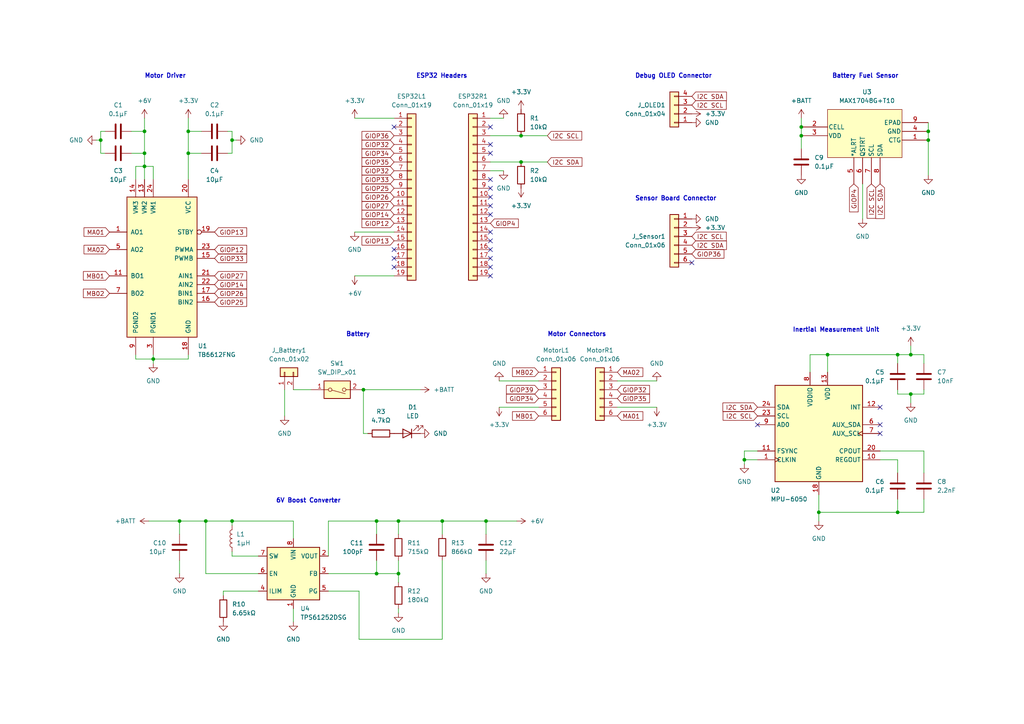
<source format=kicad_sch>
(kicad_sch (version 20211123) (generator eeschema)
  (paper "A4")
  (title_block (title "Mouse Main") (date "2024-04-11") (rev "1"))
  (lib_symbols
    (symbol "Connector_Generic:Conn_01x02" (pin_names (offset 1.016) hide)
      (property "Reference" "J" (at 0 2.54 0))
      (property "Value" "Conn_01x02" (at 0 -5.08 0))
      (symbol "Conn_01x02_1_1"
        (rectangle (start -1.27 -2.413) (end 0 -2.667) (stroke (width 0.1524)))
        (rectangle (start -1.27 0.127) (end 0 -0.127) (stroke (width 0.1524)))
        (rectangle (start -1.27 1.27) (end 1.27 -3.81) (stroke (width 0.254)) (fill (type background)))
        (pin passive line (at -5.08 0 0) (length 3.81) (name "Pin_1") (number "1"))
        (pin passive line (at -5.08 -2.54 0) (length 3.81) (name "Pin_2") (number "2"))
      )
    )
    (symbol "Connector_Generic:Conn_01x04" (pin_names (offset 1.016) hide)
      (property "Reference" "J" (at 0 5.08 0))
      (property "Value" "Conn_01x04" (at 0 -7.62 0))
      (symbol "Conn_01x04_1_1"
        (rectangle (start -1.27 -4.953) (end 0 -5.207) (stroke (width 0.1524)))
        (rectangle (start -1.27 -2.413) (end 0 -2.667) (stroke (width 0.1524)))
        (rectangle (start -1.27 0.127) (end 0 -0.127) (stroke (width 0.1524)))
        (rectangle (start -1.27 2.667) (end 0 2.413) (stroke (width 0.1524)))
        (rectangle (start -1.27 3.81) (end 1.27 -6.35) (stroke (width 0.254)) (fill (type background)))
        (pin passive line (at -5.08 2.54 0) (length 3.81) (name "Pin_1") (number "1"))
        (pin passive line (at -5.08 0 0) (length 3.81) (name "Pin_2") (number "2"))
        (pin passive line (at -5.08 -2.54 0) (length 3.81) (name "Pin_3") (number "3"))
        (pin passive line (at -5.08 -5.08 0) (length 3.81) (name "Pin_4") (number "4"))
      )
    )
    (symbol "Connector_Generic:Conn_01x06" (pin_names (offset 1.016) hide)
      (property "Reference" "J" (at 0 7.62 0))
      (property "Value" "Conn_01x06" (at 0 -10.16 0))
      (symbol "Conn_01x06_1_1"
        (rectangle (start -1.27 -7.493) (end 0 -7.747) (stroke (width 0.1524)))
        (rectangle (start -1.27 -4.953) (end 0 -5.207) (stroke (width 0.1524)))
        (rectangle (start -1.27 -2.413) (end 0 -2.667) (stroke (width 0.1524)))
        (rectangle (start -1.27 0.127) (end 0 -0.127) (stroke (width 0.1524)))
        (rectangle (start -1.27 2.667) (end 0 2.413) (stroke (width 0.1524)))
        (rectangle (start -1.27 5.207) (end 0 4.953) (stroke (width 0.1524)))
        (rectangle (start -1.27 6.35) (end 1.27 -8.89) (stroke (width 0.254)) (fill (type background)))
        (pin passive line (at -5.08 5.08 0) (length 3.81) (name "Pin_1") (number "1"))
        (pin passive line (at -5.08 2.54 0) (length 3.81) (name "Pin_2") (number "2"))
        (pin passive line (at -5.08 0 0) (length 3.81) (name "Pin_3") (number "3"))
        (pin passive line (at -5.08 -2.54 0) (length 3.81) (name "Pin_4") (number "4"))
        (pin passive line (at -5.08 -5.08 0) (length 3.81) (name "Pin_5") (number "5"))
        (pin passive line (at -5.08 -7.62 0) (length 3.81) (name "Pin_6") (number "6"))
      )
    )
    (symbol "Connector_Generic:Conn_01x19" (pin_names (offset 1.016) hide)
      (property "Reference" "J" (at 0 25.4 0))
      (property "Value" "Conn_01x19" (at 0 -25.4 0))
      (symbol "Conn_01x19_1_1"
        (rectangle (start -1.27 -22.733) (end 0 -22.987) (stroke (width 0.1524)))
        (rectangle (start -1.27 -20.193) (end 0 -20.447) (stroke (width 0.1524)))
        (rectangle (start -1.27 -17.653) (end 0 -17.907) (stroke (width 0.1524)))
        (rectangle (start -1.27 -15.113) (end 0 -15.367) (stroke (width 0.1524)))
        (rectangle (start -1.27 -12.573) (end 0 -12.827) (stroke (width 0.1524)))
        (rectangle (start -1.27 -10.033) (end 0 -10.287) (stroke (width 0.1524)))
        (rectangle (start -1.27 -7.493) (end 0 -7.747) (stroke (width 0.1524)))
        (rectangle (start -1.27 -4.953) (end 0 -5.207) (stroke (width 0.1524)))
        (rectangle (start -1.27 -2.413) (end 0 -2.667) (stroke (width 0.1524)))
        (rectangle (start -1.27 0.127) (end 0 -0.127) (stroke (width 0.1524)))
        (rectangle (start -1.27 2.667) (end 0 2.413) (stroke (width 0.1524)))
        (rectangle (start -1.27 5.207) (end 0 4.953) (stroke (width 0.1524)))
        (rectangle (start -1.27 7.747) (end 0 7.493) (stroke (width 0.1524)))
        (rectangle (start -1.27 10.287) (end 0 10.033) (stroke (width 0.1524)))
        (rectangle (start -1.27 12.827) (end 0 12.573) (stroke (width 0.1524)))
        (rectangle (start -1.27 15.367) (end 0 15.113) (stroke (width 0.1524)))
        (rectangle (start -1.27 17.907) (end 0 17.653) (stroke (width 0.1524)))
        (rectangle (start -1.27 20.447) (end 0 20.193) (stroke (width 0.1524)))
        (rectangle (start -1.27 22.987) (end 0 22.733) (stroke (width 0.1524)))
        (rectangle (start -1.27 24.13) (end 1.27 -24.13) (stroke (width 0.254)) (fill (type background)))
        (pin passive line (at -5.08 22.86 0) (length 3.81) (name "Pin_1") (number "1"))
        (pin passive line (at -5.08 0 0) (length 3.81) (name "Pin_10") (number "10"))
        (pin passive line (at -5.08 -2.54 0) (length 3.81) (name "Pin_11") (number "11"))
        (pin passive line (at -5.08 -5.08 0) (length 3.81) (name "Pin_12") (number "12"))
        (pin passive line (at -5.08 -7.62 0) (length 3.81) (name "Pin_13") (number "13"))
        (pin passive line (at -5.08 -10.16 0) (length 3.81) (name "Pin_14") (number "14"))
        (pin passive line (at -5.08 -12.7 0) (length 3.81) (name "Pin_15") (number "15"))
        (pin passive line (at -5.08 -15.24 0) (length 3.81) (name "Pin_16") (number "16"))
        (pin passive line (at -5.08 -17.78 0) (length 3.81) (name "Pin_17") (number "17"))
        (pin passive line (at -5.08 -20.32 0) (length 3.81) (name "Pin_18") (number "18"))
        (pin passive line (at -5.08 -22.86 0) (length 3.81) (name "Pin_19") (number "19"))
        (pin passive line (at -5.08 20.32 0) (length 3.81) (name "Pin_2") (number "2"))
        (pin passive line (at -5.08 17.78 0) (length 3.81) (name "Pin_3") (number "3"))
        (pin passive line (at -5.08 15.24 0) (length 3.81) (name "Pin_4") (number "4"))
        (pin passive line (at -5.08 12.7 0) (length 3.81) (name "Pin_5") (number "5"))
        (pin passive line (at -5.08 10.16 0) (length 3.81) (name "Pin_6") (number "6"))
        (pin passive line (at -5.08 7.62 0) (length 3.81) (name "Pin_7") (number "7"))
        (pin passive line (at -5.08 5.08 0) (length 3.81) (name "Pin_8") (number "8"))
        (pin passive line (at -5.08 2.54 0) (length 3.81) (name "Pin_9") (number "9"))
      )
    )
    (symbol "Device:C" (pin_numbers hide) (pin_names (offset 0.254))
      (property "Reference" "C" (at 0.635 2.54 0))
      (property "Value" "C" (at 0.635 -2.54 0))
      (symbol "C_0_1"
        (polyline (pts (xy -2.032 -0.762) (xy 2.032 -0.762)) (stroke (width 0.508)))
        (polyline (pts (xy -2.032 0.762) (xy 2.032 0.762)) (stroke (width 0.508)))
      )
      (symbol "C_1_1"
        (pin passive line (at 0 3.81 270) (length 2.794) (name "~") (number "1"))
        (pin passive line (at 0 -3.81 90) (length 2.794) (name "~") (number "2"))
      )
    )
    (symbol "Device:L" (pin_numbers hide) (pin_names (offset 1.016) hide)
      (property "Reference" "L" (at -1.27 0 90))
      (property "Value" "L" (at 1.905 0 90))
      (symbol "L_0_1"
        (arc (start 0 -2.54) (mid 0.635 -1.905) (end 0 -1.27))
        (arc (start 0 -1.27) (mid 0.635 -0.635) (end 0 0))
        (arc (start 0 0) (mid 0.635 0.635) (end 0 1.27))
        (arc (start 0 1.27) (mid 0.635 1.905) (end 0 2.54))
      )
      (symbol "L_1_1"
        (pin passive line (at 0 3.81 270) (length 1.27) (name "1") (number "1"))
        (pin passive line (at 0 -3.81 90) (length 1.27) (name "2") (number "2"))
      )
    )
    (symbol "Device:LED" (pin_numbers hide) (pin_names (offset 1.016) hide)
      (property "Reference" "D" (at 0 2.54 0))
      (property "Value" "LED" (at 0 -2.54 0))
      (symbol "LED_0_1"
        (polyline (pts (xy -1.27 -1.27) (xy -1.27 1.27)) (stroke (width 0.254)))
        (polyline (pts (xy -1.27 0) (xy 1.27 0)))
        (polyline (pts (xy 1.27 -1.27) (xy 1.27 1.27) (xy -1.27 0) (xy 1.27 -1.27)) (stroke (width 0.254)))
        (polyline (pts (xy -3.048 -0.762) (xy -4.572 -2.286) (xy -3.81 -2.286) (xy -4.572 -2.286) (xy -4.572 -1.524)))
        (polyline (pts (xy -1.778 -0.762) (xy -3.302 -2.286) (xy -2.54 -2.286) (xy -3.302 -2.286) (xy -3.302 -1.524)))
      )
      (symbol "LED_1_1"
        (pin passive line (at -3.81 0 0) (length 2.54) (name "K") (number "1"))
        (pin passive line (at 3.81 0 180) (length 2.54) (name "A") (number "2"))
      )
    )
    (symbol "Device:R" (pin_numbers hide) (pin_names (offset 0))
      (property "Reference" "R" (at 2.032 0 90))
      (property "Value" "R" (at 0 0 90))
      (symbol "R_0_1"
        (rectangle (start -1.016 -2.54) (end 1.016 2.54) (stroke (width 0.254)))
      )
      (symbol "R_1_1"
        (pin passive line (at 0 3.81 270) (length 1.27) (name "~") (number "1"))
        (pin passive line (at 0 -3.81 90) (length 1.27) (name "~") (number "2"))
      )
    )
    (symbol "Driver_Motor:TB6612FNG" (pin_names (offset 1.016))
      (property "Reference" "U" (at 11.43 17.78 0))
      (property "Value" "TB6612FNG" (at 11.43 15.24 0))
      (symbol "TB6612FNG_0_1"
        (rectangle (start -10.16 20.32) (end 10.16 -20.32) (stroke (width 0.254)) (fill (type background)))
      )
      (symbol "TB6612FNG_1_1"
        (pin output line (at 15.24 10.16 180) (length 5.08) (name "AO1") (number "1"))
        (pin passive line (at 7.62 -25.4 90) (length 5.08) hide (name "PGND2") (number "10"))
        (pin output line (at 15.24 -2.54 180) (length 5.08) (name "BO1") (number "11"))
        (pin passive line (at 15.24 -2.54 180) (length 5.08) hide (name "BO1") (number "12"))
        (pin power_in line (at 5.08 25.4 270) (length 5.08) (name "VM2") (number "13"))
        (pin power_in line (at 7.62 25.4 270) (length 5.08) (name "VM3") (number "14"))
        (pin input line (at -15.24 2.54 0) (length 5.08) (name "PWMB") (number "15"))
        (pin input line (at -15.24 -10.16 0) (length 5.08) (name "BIN2") (number "16"))
        (pin input line (at -15.24 -7.62 0) (length 5.08) (name "BIN1") (number "17"))
        (pin power_in line (at -7.62 -25.4 90) (length 5.08) (name "GND") (number "18"))
        (pin input inverted (at -15.24 10.16 0) (length 5.08) (name "STBY") (number "19"))
        (pin passive line (at 15.24 10.16 180) (length 5.08) hide (name "AO1") (number "2"))
        (pin power_in line (at -7.62 25.4 270) (length 5.08) (name "VCC") (number "20"))
        (pin input line (at -15.24 -2.54 0) (length 5.08) (name "AIN1") (number "21"))
        (pin input line (at -15.24 -5.08 0) (length 5.08) (name "AIN2") (number "22"))
        (pin input line (at -15.24 5.08 0) (length 5.08) (name "PWMA") (number "23"))
        (pin power_in line (at 2.54 25.4 270) (length 5.08) (name "VM1") (number "24"))
        (pin power_in line (at 2.54 -25.4 90) (length 5.08) (name "PGND1") (number "3"))
        (pin passive line (at 2.54 -25.4 90) (length 5.08) hide (name "PGND1") (number "4"))
        (pin output line (at 15.24 5.08 180) (length 5.08) (name "AO2") (number "5"))
        (pin passive line (at 15.24 5.08 180) (length 5.08) hide (name "AO2") (number "6"))
        (pin output line (at 15.24 -7.62 180) (length 5.08) (name "BO2") (number "7"))
        (pin passive line (at 15.24 -7.62 180) (length 5.08) hide (name "BO2") (number "8"))
        (pin power_in line (at 7.62 -25.4 90) (length 5.08) (name "PGND2") (number "9"))
      )
    )
    (symbol "MAX17048G_T10:MAX17048G+T10" (pin_names (offset 0.254))
      (property "Reference" "U3" (at 0 11.43 0))
      (property "Value" "MAX17048G+T10" (at 0 8.89 0))
      (symbol "MAX17048G+T10_0_1"
        (rectangle (start -11.43 6.35) (end 10.16 -7.62) (fill (type background)))
        (pin unspecified line (at 17.78 -2.54 180) (length 7.62) (name "CTG") (number "1"))
        (pin unspecified line (at -19.05 1.27 0) (length 7.62) (name "CELL") (number "2"))
        (pin power_in line (at -19.05 -1.27 0) (length 7.62) (name "VDD") (number "3"))
        (pin power_in line (at 17.78 0 180) (length 7.62) (name "GND") (number "4"))
        (pin output line (at -3.81 -15.24 90) (length 7.62) (name "*ALRT") (number "5"))
        (pin input line (at -1.27 -15.24 90) (length 7.62) (name "QSTRT") (number "6"))
        (pin input line (at 1.27 -15.24 90) (length 7.62) (name "SCL") (number "7"))
        (pin bidirectional line (at 3.81 -15.24 90) (length 7.62) (name "SDA") (number "8"))
        (pin unspecified line (at 17.78 2.54 180) (length 7.62) (name "EPAD") (number "9"))
      )
    )
    (symbol "Regulator_Switching:TPS61252DSG"
      (property "Reference" "U" (at -7.62 10.16 0))
      (property "Value" "TPS61252DSG" (at 10.16 10.16 0))
      (symbol "TPS61252DSG_1_1"
        (rectangle (start -7.62 7.62) (end 7.62 -7.62) (stroke (width 0.254)) (fill (type background)))
        (pin power_in line (at 0 -10.16 90) (length 2.54) (name "GND") (number "1"))
        (pin power_out line (at 10.16 5.08 180) (length 2.54) (name "VOUT") (number "2"))
        (pin input line (at 10.16 0 180) (length 2.54) (name "FB") (number "3"))
        (pin input line (at -10.16 -5.08 0) (length 2.54) (name "ILIM") (number "4"))
        (pin open_collector line (at 10.16 -5.08 180) (length 2.54) (name "PG") (number "5"))
        (pin input line (at -10.16 0 0) (length 2.54) (name "EN") (number "6"))
        (pin passive line (at -10.16 5.08 0) (length 2.54) (name "SW") (number "7"))
        (pin power_in line (at 0 10.16 270) (length 2.54) (name "VIN") (number "8"))
        (pin passive line (at 0 -10.16 90) (length 2.54) hide (name "GND") (number "9"))
      )
    )
    (symbol "Sensor_Motion:MPU-6050"
      (property "Reference" "U" (at -11.43 13.97 0))
      (property "Value" "MPU-6050" (at 7.62 -15.24 0))
      (symbol "MPU-6050_0_0"
        (text "" (at 12.7 -2.54 0) (effects (font (size 1.27 1.27))))
      )
      (symbol "MPU-6050_0_1"
        (rectangle (start -12.7 13.97) (end 12.7 -13.97) (stroke (width 0.254)) (fill (type background)))
      )
      (symbol "MPU-6050_1_1"
        (pin input clock (at -17.78 -7.62 0) (length 5.08) (name "CLKIN") (number "1"))
        (pin passive line (at 17.78 -7.62 180) (length 5.08) (name "REGOUT") (number "10"))
        (pin input line (at -17.78 -5.08 0) (length 5.08) (name "FSYNC") (number "11"))
        (pin output line (at 17.78 7.62 180) (length 5.08) (name "INT") (number "12"))
        (pin power_in line (at 2.54 17.78 270) (length 3.81) (name "VDD") (number "13"))
        (pin no_connect line (at -12.7 -10.16 0) (length 2.54) hide (name "NC") (number "14"))
        (pin no_connect line (at 12.7 12.7 180) (length 2.54) hide (name "NC") (number "15"))
        (pin no_connect line (at 12.7 10.16 180) (length 2.54) hide (name "NC") (number "16"))
        (pin no_connect line (at 12.7 5.08 180) (length 2.54) hide (name "NC") (number "17"))
        (pin power_in line (at 0 -17.78 90) (length 3.81) (name "GND") (number "18"))
        (pin no_connect line (at 12.7 -10.16 180) (length 2.54) hide (name "NC") (number "19"))
        (pin no_connect line (at -12.7 12.7 0) (length 2.54) hide (name "NC") (number "2"))
        (pin passive line (at 17.78 -5.08 180) (length 5.08) (name "CPOUT") (number "20"))
        (pin no_connect line (at 12.7 -2.54 180) (length 2.54) hide (name "NC") (number "21"))
        (pin no_connect line (at 12.7 -12.7 180) (length 2.54) hide (name "NC") (number "22"))
        (pin input line (at -17.78 5.08 0) (length 5.08) (name "SCL") (number "23"))
        (pin bidirectional line (at -17.78 7.62 0) (length 5.08) (name "SDA") (number "24"))
        (pin no_connect line (at -12.7 10.16 0) (length 2.54) hide (name "NC") (number "3"))
        (pin no_connect line (at -12.7 0 0) (length 2.54) hide (name "NC") (number "4"))
        (pin no_connect line (at -12.7 -2.54 0) (length 2.54) hide (name "NC") (number "5"))
        (pin bidirectional line (at 17.78 2.54 180) (length 5.08) (name "AUX_SDA") (number "6"))
        (pin output clock (at 17.78 0 180) (length 5.08) (name "AUX_SCL") (number "7"))
        (pin power_in line (at -2.54 17.78 270) (length 3.81) (name "VDDIO") (number "8"))
        (pin input line (at -17.78 2.54 0) (length 5.08) (name "AD0") (number "9"))
      )
    )
    (symbol "Switch:SW_DIP_x01" (pin_names (offset 0) hide)
      (property "Reference" "SW" (at 0 3.81 0))
      (property "Value" "SW_DIP_x01" (at 0 -3.81 0))
      (symbol "SW_DIP_x01_0_0"
        (circle (center -2.032 0) (radius 0.508))
        (polyline (pts (xy -1.524 0.127) (xy 2.3622 1.1684)))
        (circle (center 2.032 0) (radius 0.508))
      )
      (symbol "SW_DIP_x01_0_1"
        (rectangle (start -3.81 2.54) (end 3.81 -2.54) (stroke (width 0.254)) (fill (type background)))
      )
      (symbol "SW_DIP_x01_1_1"
        (pin passive line (at -7.62 0 0) (length 5.08) (name "~") (number "1"))
        (pin passive line (at 7.62 0 180) (length 5.08) (name "~") (number "2"))
      )
    )
    (symbol "power:+3.3V" (power) (pin_names (offset 0))
      (property "Value" "+3.3V" (at 0 3.556 0))
      (symbol "+3.3V_0_1"
        (polyline (pts (xy -0.762 1.27) (xy 0 2.54)))
        (polyline (pts (xy 0 0) (xy 0 2.54)))
        (polyline (pts (xy 0 2.54) (xy 0.762 1.27)))
      )
      (symbol "+3.3V_1_1"
        (pin power_in line (at 0 0 90) (length 0) hide (name "+3.3V") (number "1"))
      )
    )
    (symbol "power:+6V" (power) (pin_names (offset 0))
      (property "Value" "+6V" (at 0 3.556 0))
      (symbol "+6V_0_1"
        (polyline (pts (xy -0.762 1.27) (xy 0 2.54)))
        (polyline (pts (xy 0 0) (xy 0 2.54)))
        (polyline (pts (xy 0 2.54) (xy 0.762 1.27)))
      )
      (symbol "+6V_1_1"
        (pin power_in line (at 0 0 90) (length 0) hide (name "+6V") (number "1"))
      )
    )
    (symbol "power:+BATT" (power) (pin_names (offset 0))
      (property "Value" "+BATT" (at 0 3.556 0))
      (symbol "+BATT_0_1"
        (polyline (pts (xy -0.762 1.27) (xy 0 2.54)))
        (polyline (pts (xy 0 0) (xy 0 2.54)))
        (polyline (pts (xy 0 2.54) (xy 0.762 1.27)))
      )
      (symbol "+BATT_1_1"
        (pin power_in line (at 0 0 90) (length 0) hide (name "+BATT") (number "1"))
      )
    )
    (symbol "power:GND" (power) (pin_names (offset 0))
      (property "Value" "GND" (at 0 -3.81 0))
      (symbol "GND_0_1"
        (polyline (pts (xy 0 0) (xy 0 -1.27) (xy 1.27 -1.27) (xy 0 -2.54) (xy -1.27 -1.27) (xy 0 -1.27)))
      )
      (symbol "GND_1_1"
        (pin power_in line (at 0 0 270) (length 0) hide (name "GND") (number "1"))
      )
    )
  )
  (junction (at 54.61 38.1))
  (junction (at 41.91 38.1))
  (junction (at 269.24 38.1))
  (junction (at 105.41 113.03))
  (junction (at 44.45 104.14))
  (junction (at 269.24 40.64))
  (junction (at 232.41 36.83))
  (junction (at 52.07 151.13))
  (junction (at 41.91 44.45))
  (junction (at 59.69 151.13))
  (junction (at 67.31 40.64))
  (junction (at 237.49 148.59))
  (junction (at 151.13 46.99))
  (junction (at 232.41 39.37))
  (junction (at 128.27 151.13))
  (junction (at 115.57 151.13))
  (junction (at 260.35 102.87))
  (junction (at 109.22 151.13))
  (junction (at 109.22 166.37))
  (junction (at 29.21 40.64))
  (junction (at 264.16 102.87))
  (junction (at 240.03 102.87))
  (junction (at 67.31 151.13))
  (junction (at 140.97 151.13))
  (junction (at 260.35 148.59))
  (junction (at 115.57 166.37))
  (junction (at 54.61 44.45))
  (junction (at 41.91 48.26))
  (junction (at 264.16 114.3))
  (junction (at 215.9 133.35))
  (junction (at 151.13 39.37))
  (no_connect (at 142.24 44.45))
  (no_connect (at 114.3 77.47))
  (no_connect (at 142.24 80.01))
  (no_connect (at 114.3 36.83))
  (no_connect (at 255.27 123.19))
  (no_connect (at 142.24 59.69))
  (no_connect (at 142.24 54.61))
  (no_connect (at 142.24 41.91))
  (no_connect (at 142.24 74.93))
  (no_connect (at 142.24 52.07))
  (no_connect (at 200.66 76.2))
  (no_connect (at 142.24 69.85))
  (no_connect (at 142.24 62.23))
  (no_connect (at 114.3 72.39))
  (no_connect (at 219.71 123.19))
  (no_connect (at 114.3 74.93))
  (no_connect (at 142.24 36.83))
  (no_connect (at 142.24 57.15))
  (no_connect (at 142.24 72.39))
  (no_connect (at 142.24 67.31))
  (no_connect (at 255.27 118.11))
  (no_connect (at 255.27 125.73))
  (no_connect (at 142.24 77.47))
  (wire (pts (xy 240.03 107.95) (xy 240.03 102.87)))
  (wire (pts (xy 54.61 38.1) (xy 54.61 44.45)))
  (wire (pts (xy 39.37 48.26) (xy 41.91 48.26)))
  (wire (pts (xy 237.49 148.59) (xy 260.35 148.59)))
  (wire (pts (xy 29.21 40.64) (xy 29.21 44.45)))
  (wire (pts (xy 115.57 162.56) (xy 115.57 166.37)))
  (wire (pts (xy 109.22 151.13) (xy 109.22 154.94)))
  (wire (pts (xy 267.97 105.41) (xy 267.97 102.87)))
  (wire (pts (xy 128.27 185.42) (xy 128.27 162.56)))
  (wire (pts (xy 85.09 113.03) (xy 90.17 113.03)))
  (wire (pts (xy 269.24 38.1) (xy 269.24 40.64)))
  (wire (pts (xy 179.07 118.11) (xy 190.5 118.11)))
  (wire (pts (xy 142.24 39.37) (xy 151.13 39.37)))
  (wire (pts (xy 115.57 168.91) (xy 115.57 166.37)))
  (wire (pts (xy 255.27 133.35) (xy 260.35 133.35)))
  (wire (pts (xy 267.97 130.81) (xy 267.97 137.16)))
  (wire (pts (xy 44.45 102.87) (xy 44.45 104.14)))
  (wire (pts (xy 102.87 80.01) (xy 114.3 80.01)))
  (wire (pts (xy 41.91 34.29) (xy 41.91 38.1)))
  (wire (pts (xy 52.07 166.37) (xy 52.07 162.56)))
  (wire (pts (xy 237.49 148.59) (xy 237.49 143.51)))
  (wire (pts (xy 30.48 38.1) (xy 29.21 38.1)))
  (wire (pts (xy 74.93 166.37) (xy 59.69 166.37)))
  (wire (pts (xy 140.97 151.13) (xy 140.97 154.94)))
  (wire (pts (xy 232.41 34.29) (xy 232.41 36.83)))
  (wire (pts (xy 260.35 148.59) (xy 267.97 148.59)))
  (wire (pts (xy 29.21 38.1) (xy 29.21 40.64)))
  (wire (pts (xy 109.22 162.56) (xy 109.22 166.37)))
  (wire (pts (xy 95.25 171.45) (xy 104.14 171.45)))
  (wire (pts (xy 115.57 177.8) (xy 115.57 176.53)))
  (wire (pts (xy 179.07 110.49) (xy 190.5 110.49)))
  (wire (pts (xy 66.04 38.1) (xy 67.31 38.1)))
  (wire (pts (xy 215.9 134.62) (xy 215.9 133.35)))
  (wire (pts (xy 41.91 38.1) (xy 41.91 44.45)))
  (wire (pts (xy 260.35 105.41) (xy 260.35 102.87)))
  (wire (pts (xy 232.41 36.83) (xy 232.41 39.37)))
  (wire (pts (xy 260.35 133.35) (xy 260.35 137.16)))
  (wire (pts (xy 106.68 125.73) (xy 105.41 125.73)))
  (wire (pts (xy 41.91 48.26) (xy 41.91 52.07)))
  (wire (pts (xy 44.45 48.26) (xy 44.45 52.07)))
  (wire (pts (xy 44.45 48.26) (xy 41.91 48.26)))
  (wire (pts (xy 52.07 151.13) (xy 52.07 154.94)))
  (wire (pts (xy 109.22 166.37) (xy 115.57 166.37)))
  (wire (pts (xy 215.9 130.81) (xy 215.9 133.35)))
  (wire (pts (xy 260.35 113.03) (xy 260.35 114.3)))
  (wire (pts (xy 260.35 114.3) (xy 264.16 114.3)))
  (wire (pts (xy 128.27 151.13) (xy 140.97 151.13)))
  (wire (pts (xy 140.97 151.13) (xy 149.86 151.13)))
  (wire (pts (xy 67.31 40.64) (xy 67.31 44.45)))
  (wire (pts (xy 95.25 161.29) (xy 95.25 151.13)))
  (wire (pts (xy 67.31 151.13) (xy 67.31 152.4)))
  (wire (pts (xy 44.45 104.14) (xy 44.45 105.41)))
  (wire (pts (xy 144.78 118.11) (xy 156.21 118.11)))
  (wire (pts (xy 27.94 40.64) (xy 29.21 40.64)))
  (wire (pts (xy 232.41 39.37) (xy 232.41 43.18)))
  (wire (pts (xy 102.87 67.31) (xy 114.3 67.31)))
  (wire (pts (xy 260.35 144.78) (xy 260.35 148.59)))
  (wire (pts (xy 151.13 46.99) (xy 158.75 46.99)))
  (wire (pts (xy 151.13 39.37) (xy 158.75 39.37)))
  (wire (pts (xy 67.31 151.13) (xy 85.09 151.13)))
  (wire (pts (xy 267.97 113.03) (xy 267.97 114.3)))
  (wire (pts (xy 250.19 53.34) (xy 250.19 63.5)))
  (wire (pts (xy 85.09 180.34) (xy 85.09 176.53)))
  (wire (pts (xy 39.37 104.14) (xy 44.45 104.14)))
  (wire (pts (xy 95.25 166.37) (xy 109.22 166.37)))
  (wire (pts (xy 234.95 107.95) (xy 234.95 102.87)))
  (wire (pts (xy 38.1 38.1) (xy 41.91 38.1)))
  (wire (pts (xy 74.93 171.45) (xy 64.77 171.45)))
  (wire (pts (xy 102.87 34.29) (xy 114.3 34.29)))
  (wire (pts (xy 109.22 151.13) (xy 115.57 151.13)))
  (wire (pts (xy 67.31 40.64) (xy 68.58 40.64)))
  (wire (pts (xy 142.24 49.53) (xy 146.05 49.53)))
  (wire (pts (xy 41.91 44.45) (xy 41.91 48.26)))
  (wire (pts (xy 264.16 100.33) (xy 264.16 102.87)))
  (wire (pts (xy 215.9 133.35) (xy 219.71 133.35)))
  (wire (pts (xy 54.61 44.45) (xy 54.61 52.07)))
  (wire (pts (xy 128.27 151.13) (xy 128.27 154.94)))
  (wire (pts (xy 59.69 151.13) (xy 59.69 166.37)))
  (wire (pts (xy 67.31 161.29) (xy 74.93 161.29)))
  (wire (pts (xy 255.27 130.81) (xy 267.97 130.81)))
  (wire (pts (xy 39.37 102.87) (xy 39.37 104.14)))
  (wire (pts (xy 264.16 102.87) (xy 260.35 102.87)))
  (wire (pts (xy 67.31 44.45) (xy 66.04 44.45)))
  (wire (pts (xy 146.05 34.29) (xy 142.24 34.29)))
  (wire (pts (xy 29.21 44.45) (xy 30.48 44.45)))
  (wire (pts (xy 52.07 151.13) (xy 59.69 151.13)))
  (wire (pts (xy 264.16 116.84) (xy 264.16 114.3)))
  (wire (pts (xy 267.97 114.3) (xy 264.16 114.3)))
  (wire (pts (xy 269.24 40.64) (xy 269.24 50.8)))
  (wire (pts (xy 67.31 38.1) (xy 67.31 40.64)))
  (wire (pts (xy 237.49 148.59) (xy 237.49 151.13)))
  (wire (pts (xy 39.37 48.26) (xy 39.37 52.07)))
  (wire (pts (xy 144.78 110.49) (xy 156.21 110.49)))
  (wire (pts (xy 85.09 151.13) (xy 85.09 156.21)))
  (wire (pts (xy 128.27 151.13) (xy 115.57 151.13)))
  (wire (pts (xy 43.18 151.13) (xy 52.07 151.13)))
  (wire (pts (xy 104.14 185.42) (xy 128.27 185.42)))
  (wire (pts (xy 82.55 120.65) (xy 82.55 113.03)))
  (wire (pts (xy 59.69 151.13) (xy 67.31 151.13)))
  (wire (pts (xy 64.77 171.45) (xy 64.77 172.72)))
  (wire (pts (xy 267.97 144.78) (xy 267.97 148.59)))
  (wire (pts (xy 140.97 166.37) (xy 140.97 162.56)))
  (wire (pts (xy 142.24 46.99) (xy 151.13 46.99)))
  (wire (pts (xy 38.1 44.45) (xy 41.91 44.45)))
  (wire (pts (xy 115.57 151.13) (xy 115.57 154.94)))
  (wire (pts (xy 67.31 160.02) (xy 67.31 161.29)))
  (wire (pts (xy 54.61 102.87) (xy 54.61 104.14)))
  (wire (pts (xy 54.61 44.45) (xy 58.42 44.45)))
  (wire (pts (xy 267.97 102.87) (xy 264.16 102.87)))
  (wire (pts (xy 105.41 113.03) (xy 121.92 113.03)))
  (wire (pts (xy 104.14 171.45) (xy 104.14 185.42)))
  (wire (pts (xy 54.61 34.29) (xy 54.61 38.1)))
  (wire (pts (xy 219.71 130.81) (xy 215.9 130.81)))
  (wire (pts (xy 54.61 38.1) (xy 58.42 38.1)))
  (wire (pts (xy 105.41 113.03) (xy 105.41 125.73)))
  (wire (pts (xy 95.25 151.13) (xy 109.22 151.13)))
  (wire (pts (xy 44.45 104.14) (xy 54.61 104.14)))
  (wire (pts (xy 240.03 102.87) (xy 260.35 102.87)))
  (wire (pts (xy 234.95 102.87) (xy 240.03 102.87)))
  (wire (pts (xy 269.24 35.56) (xy 269.24 38.1)))
  (text "Motor Connectors" (at 158.75 97.79 0) (effects (font (size 1.27 1.27) bold) (justify left bottom)))
  (text "ESP32 Headers" (at 120.65 22.86 0) (effects (font (size 1.27 1.27) (thickness 0.254) bold) (justify left bottom)))
  (text "Battery Fuel Sensor" (at 241.3 22.86 0) (effects (font (size 1.27 1.27) (thickness 0.254) bold) (justify left bottom)))
  (text "Debug OLED Connector" (at 184.15 22.86 0) (effects (font (size 1.27 1.27) bold) (justify left bottom)))
  (text "Motor Driver" (at 41.91 22.86 0) (effects (font (size 1.27 1.27) (thickness 0.254) bold) (justify left bottom)))
  (text "6V Boost Converter" (at 80.01 146.05 0) (effects (font (size 1.27 1.27) bold) (justify left bottom)))
  (text "Battery" (at 100.33 97.79 0) (effects (font (size 1.27 1.27) bold) (justify left bottom)))
  (text "Sensor Board Connector" (at 184.15 58.42 0) (effects (font (size 1.27 1.27) bold) (justify left bottom)))
  (text "Inertial Measurement Unit" (at 229.87 96.52 0) (effects (font (size 1.27 1.27) (thickness 0.254) bold) (justify left bottom)))
  (global_label "I2C SDA" (shape input) (at 200.66 71.12 0) (property "Intersheet References" "${INTERSHEET_REFS}" (effects hide)))
  (global_label "I2C SCL" (shape input) (at 252.73 53.34 270) (property "Intersheet References" "${INTERSHEET_REFS}" (effects hide)))
  (global_label "GIOP36" (shape input) (at 200.66 73.66 0) (property "Intersheet References" "${INTERSHEET_REFS}" (effects hide)))
  (global_label "GIOP14" (shape input) (at 114.3 62.23 180) (property "Intersheet References" "${INTERSHEET_REFS}" (effects hide)))
  (global_label "GIOP27" (shape input) (at 114.3 59.69 180) (property "Intersheet References" "${INTERSHEET_REFS}" (effects hide)))
  (global_label "GIOP26" (shape input) (at 114.3 57.15 180) (property "Intersheet References" "${INTERSHEET_REFS}" (effects hide)))
  (global_label "MB02" (shape input) (at 31.75 85.09 180) (property "Intersheet References" "${INTERSHEET_REFS}" (effects hide)))
  (global_label "GIOP39" (shape input) (at 156.21 113.03 180) (property "Intersheet References" "${INTERSHEET_REFS}" (effects hide)))
  (global_label "I2C SCL" (shape input) (at 158.75 39.37 0) (property "Intersheet References" "${INTERSHEET_REFS}" (effects hide)))
  (global_label "MA02" (shape input) (at 179.07 107.95 0) (property "Intersheet References" "${INTERSHEET_REFS}" (effects hide)))
  (global_label "GIOP34" (shape input) (at 156.21 115.57 180) (property "Intersheet References" "${INTERSHEET_REFS}" (effects hide)))
  (global_label "MB02" (shape input) (at 156.21 107.95 180) (property "Intersheet References" "${INTERSHEET_REFS}" (effects hide)))
  (global_label "MA01" (shape input) (at 179.07 120.65 0) (property "Intersheet References" "${INTERSHEET_REFS}" (effects hide)))
  (global_label "GIOP33" (shape input) (at 62.23 74.93 0) (property "Intersheet References" "${INTERSHEET_REFS}" (effects hide)))
  (global_label "MB01" (shape input) (at 31.75 80.01 180) (property "Intersheet References" "${INTERSHEET_REFS}" (effects hide)))
  (global_label "GIOP4" (shape input) (at 247.65 53.34 270) (property "Intersheet References" "${INTERSHEET_REFS}" (effects hide)))
  (global_label "MA01" (shape input) (at 31.75 67.31 180) (property "Intersheet References" "${INTERSHEET_REFS}" (effects hide)))
  (global_label "GIOP25" (shape input) (at 62.23 87.63 0) (property "Intersheet References" "${INTERSHEET_REFS}" (effects hide)))
  (global_label "GIOP26" (shape input) (at 62.23 85.09 0) (property "Intersheet References" "${INTERSHEET_REFS}" (effects hide)))
  (global_label "I2C SDA" (shape input) (at 158.75 46.99 0) (property "Intersheet References" "${INTERSHEET_REFS}" (effects hide)))
  (global_label "GIOP14" (shape input) (at 62.23 82.55 0) (property "Intersheet References" "${INTERSHEET_REFS}" (effects hide)))
  (global_label "GIOP35" (shape input) (at 114.3 46.99 180) (property "Intersheet References" "${INTERSHEET_REFS}" (effects hide)))
  (global_label "GIOP32" (shape input) (at 114.3 41.91 180) (property "Intersheet References" "${INTERSHEET_REFS}" (effects hide)))
  (global_label "GIOP33" (shape input) (at 114.3 52.07 180) (property "Intersheet References" "${INTERSHEET_REFS}" (effects hide)))
  (global_label "GIOP32" (shape input) (at 179.07 113.03 0) (property "Intersheet References" "${INTERSHEET_REFS}" (effects hide)))
  (global_label "GIOP13" (shape input) (at 62.23 67.31 0) (property "Intersheet References" "${INTERSHEET_REFS}" (effects hide)))
  (global_label "I2C SDA" (shape input) (at 255.27 53.34 270) (property "Intersheet References" "${INTERSHEET_REFS}" (effects hide)))
  (global_label "I2C SDA" (shape input) (at 219.71 118.11 180) (property "Intersheet References" "${INTERSHEET_REFS}" (effects hide)))
  (global_label "GIOP12" (shape input) (at 62.23 72.39 0) (property "Intersheet References" "${INTERSHEET_REFS}" (effects hide)))
  (global_label "GIOP27" (shape input) (at 62.23 80.01 0) (property "Intersheet References" "${INTERSHEET_REFS}" (effects hide)))
  (global_label "GIOP4" (shape input) (at 142.24 64.77 0) (property "Intersheet References" "${INTERSHEET_REFS}" (effects hide)))
  (global_label "GIOP12" (shape input) (at 114.3 64.77 180) (property "Intersheet References" "${INTERSHEET_REFS}" (effects hide)))
  (global_label "GIOP25" (shape input) (at 114.3 54.61 180) (property "Intersheet References" "${INTERSHEET_REFS}" (effects hide)))
  (global_label "GIOP36" (shape input) (at 114.3 39.37 180) (property "Intersheet References" "${INTERSHEET_REFS}" (effects hide)))
  (global_label "GIOP34" (shape input) (at 114.3 44.45 180) (property "Intersheet References" "${INTERSHEET_REFS}" (effects hide)))
  (global_label "MB01" (shape input) (at 156.21 120.65 180) (property "Intersheet References" "${INTERSHEET_REFS}" (effects hide)))
  (global_label "GIOP13" (shape input) (at 114.3 69.85 180) (property "Intersheet References" "${INTERSHEET_REFS}" (effects hide)))
  (global_label "MA02" (shape input) (at 31.75 72.39 180) (property "Intersheet References" "${INTERSHEET_REFS}" (effects hide)))
  (global_label "GIOP35" (shape input) (at 179.07 115.57 0) (property "Intersheet References" "${INTERSHEET_REFS}" (effects hide)))
  (global_label "I2C SCL" (shape input) (at 200.66 68.58 0) (property "Intersheet References" "${INTERSHEET_REFS}" (effects hide)))
  (global_label "GIOP32" (shape input) (at 114.3 49.53 180) (property "Intersheet References" "${INTERSHEET_REFS}" (effects hide)))
  (global_label "I2C SDA" (shape input) (at 200.66 27.94 0) (property "Intersheet References" "${INTERSHEET_REFS}" (effects hide)))
  (global_label "I2C SCL" (shape input) (at 200.66 30.48 0) (property "Intersheet References" "${INTERSHEET_REFS}" (effects hide)))
  (global_label "I2C SCL" (shape input) (at 219.71 120.65 180) (property "Intersheet References" "${INTERSHEET_REFS}" (effects hide)))
  (symbol (lib_id "Device:R") (at 151.13 35.56 0) (unit 1)
    (property "Reference" "R1" (at 153.67 34.2899 0) (effects (justify left)))
    (property "Value" "10kΩ" (at 153.67 36.8299 0) (effects (justify left)))
    (property "Footprint" "Resistor_SMD:R_0603_1608Metric" (effects hide))
    (property "Datasheet" "https://www.yageo.com/upload/media/product/products/datasheet/rchip/PYu-RC_Group_51_RoHS_L_12.pdf" (effects hide))
  )
  (symbol (lib_id "Device:C") (at 140.97 158.75 0) (unit 1)
    (property "Reference" "C12" (at 144.78 157.4799 0) (effects (justify left)))
    (property "Value" "22µF" (at 144.78 160.0199 0) (effects (justify left)))
    (property "Footprint" "Capacitor_SMD:C_1210_3225Metric" (effects hide))
    (property "Datasheet" "https://mm.digikey.com/Volume0/opasdata/d220001/medias/docus/797/CL32B226KAJNNNE_Spec.pdf" (effects hide))
  )
  (symbol (lib_id "Device:R") (at 110.49 125.73 90) (unit 1)
    (property "Reference" "R3" (at 110.49 119.38 90))
    (property "Value" "4.7kΩ" (at 110.49 121.92 90))
    (property "Footprint" "Resistor_SMD:R_0603_1608Metric" (effects hide))
    (property "Datasheet" "https://www.yageo.com/upload/media/product/products/datasheet/rchip/PYu-RC_Group_51_RoHS_L_12.pdf" (effects hide))
  )
  (symbol (lib_id "power:GND") (at 85.09 180.34 0) (unit 1)
    (property "Reference" "#PWR09" (effects hide))
    (property "Value" "GND" (at 85.09 185.42 0))
  )
  (symbol (lib_id "power:GND") (at 232.41 50.8 0) (unit 1)
    (property "Reference" "#PWR034" (effects hide))
    (property "Value" "GND" (at 232.41 55.88 0))
  )
  (symbol (lib_id "power:+3.3V") (at 151.13 31.75 0) (unit 1)
    (property "Reference" "#PWR0102" (effects hide))
    (property "Value" "+3.3V" (at 151.13 26.67 0))
  )
  (symbol (lib_id "Device:C") (at 260.35 140.97 0) (mirror x) (unit 1)
    (property "Reference" "C6" (at 256.54 139.6999 0) (effects (justify right)))
    (property "Value" "0.1µF" (at 256.54 142.2399 0) (effects (justify right)))
    (property "Footprint" "Capacitor_SMD:C_0402_1005Metric" (effects hide))
    (property "Datasheet" "https://www.digikey.com/en/products/detail/samsung-electro-mechanics/CL05B104KP5NNNC/3886660" (effects hide))
  )
  (symbol (lib_id "power:GND") (at 237.49 151.13 0) (unit 1)
    (property "Reference" "#PWR027" (effects hide))
    (property "Value" "GND" (at 237.49 156.21 0))
  )
  (symbol (lib_id "power:GND") (at 215.9 134.62 0) (unit 1)
    (property "Reference" "#PWR025" (effects hide))
    (property "Value" "GND" (at 215.9 139.7 0))
  )
  (symbol (lib_id "power:+6V") (at 41.91 34.29 0) (unit 1)
    (property "Reference" "#PWR05" (effects hide))
    (property "Value" "+6V" (at 41.91 29.21 0))
  )
  (symbol (lib_id "power:GND") (at 144.78 110.49 180) (unit 1)
    (property "Reference" "#PWR013" (effects hide))
    (property "Value" "GND" (at 144.78 105.41 0))
  )
  (symbol (lib_id "Device:C") (at 62.23 38.1 90) (unit 1)
    (property "Reference" "C2" (at 62.23 30.48 90))
    (property "Value" "0.1µF" (at 62.23 33.02 90))
    (property "Footprint" "Capacitor_SMD:C_0402_1005Metric" (effects hide))
    (property "Datasheet" "https://www.digikey.com/en/products/detail/samsung-electro-mechanics/CL05B104KP5NNNC/3886660" (effects hide))
  )
  (symbol (lib_id "power:+3.3V") (at 102.87 34.29 0) (unit 1)
    (property "Reference" "#PWR010" (effects hide))
    (property "Value" "+3.3V" (at 102.87 29.21 0))
  )
  (symbol (lib_id "Connector_Generic:Conn_01x19") (at 137.16 57.15 0) (mirror y) (unit 1)
    (property "Reference" "ESP32R1" (at 137.16 27.94 0))
    (property "Value" "Conn_01x19" (at 137.16 30.48 0))
    (property "Footprint" "Connector_PinSocket_2.54mm:PinSocket_1x19_P2.54mm_Vertical" (effects hide))
  )
  (symbol (lib_id "power:GND") (at 121.92 125.73 90) (unit 1)
    (property "Reference" "#PWR0103" (effects hide))
    (property "Value" "GND" (at 125.73 125.7299 90) (effects (justify right)))
  )
  (symbol (lib_id "power:+3.3V") (at 264.16 100.33 0) (unit 1)
    (property "Reference" "#PWR031" (effects hide))
    (property "Value" "+3.3V" (at 264.16 95.25 0))
  )
  (symbol (lib_id "Device:C") (at 34.29 44.45 90) (unit 1)
    (property "Reference" "C3" (at 34.29 49.53 90))
    (property "Value" "10µF" (at 34.29 52.07 90))
    (property "Footprint" "Capacitor_SMD:C_0603_1608Metric" (effects hide))
    (property "Datasheet" "https://mm.digikey.com/Volume0/opasdata/d220001/medias/docus/43/CL10A106KP8NNNC_Spec.pdf" (effects hide))
  )
  (symbol (lib_id "power:+3.3V") (at 190.5 118.11 180) (unit 1)
    (property "Reference" "#PWR021" (effects hide))
    (property "Value" "+3.3V" (at 190.5 123.19 0))
  )
  (symbol (lib_id "power:+6V") (at 102.87 80.01 180) (unit 1)
    (property "Reference" "#PWR012" (effects hide))
    (property "Value" "+6V" (at 102.87 85.09 0))
  )
  (symbol (lib_id "Connector_Generic:Conn_01x06") (at 173.99 113.03 0) (mirror y) (unit 1)
    (property "Reference" "MotorR1" (at 173.99 101.6 0))
    (property "Value" "Conn_01x06" (at 173.99 104.14 0))
    (property "Footprint" "Connector_JST:JST_SH_BM06B-SRSS-TB_1x06-1MP_P1.00mm_Vertical" (effects hide))
  )
  (symbol (lib_id "Device:C") (at 109.22 158.75 0) (unit 1)
    (property "Reference" "C11" (at 105.41 157.4799 0) (effects (justify right)))
    (property "Value" "100pF" (at 105.41 160.0199 0) (effects (justify right)))
    (property "Footprint" "Capacitor_SMD:C_0603_1608Metric" (effects hide))
    (property "Datasheet" "https://mm.digikey.com/Volume0/opasdata/d220001/medias/docus/609/CL10C101JB8NNNC_Spec.pdf" (effects hide))
  )
  (symbol (lib_id "Device:R") (at 115.57 158.75 0) (unit 1)
    (property "Reference" "R11" (at 118.11 157.4799 0) (effects (justify left)))
    (property "Value" "715kΩ" (at 118.11 160.0199 0) (effects (justify left)))
    (property "Footprint" "Resistor_SMD:R_0603_1608Metric" (effects hide))
    (property "Datasheet" "https://www.yageo.com/upload/media/product/products/datasheet/rchip/PYu-RC_Group_51_RoHS_L_12.pdf" (effects hide))
  )
  (symbol (lib_id "Device:L") (at 67.31 156.21 180) (unit 1)
    (property "Reference" "L1" (at 68.58 154.9399 0) (effects (justify right)))
    (property "Value" "1µH" (at 68.58 157.4799 0) (effects (justify right)))
    (property "Footprint" "Inductor_SMD:L_0805_2012Metric" (effects hide))
    (property "Datasheet" "https://search.murata.co.jp/Ceramy/image/img/P02/J(E)TE243A-0001.pdf" (effects hide))
  )
  (symbol (lib_id "power:+3.3V") (at 54.61 34.29 0) (unit 1)
    (property "Reference" "#PWR07" (effects hide))
    (property "Value" "+3.3V" (at 54.61 29.21 0))
  )
  (symbol (lib_id "power:GND") (at 200.66 63.5 90) (mirror x) (unit 1)
    (property "Reference" "#PWR029" (effects hide))
    (property "Value" "GND" (at 204.47 63.4999 90) (effects (justify right)))
  )
  (symbol (lib_id "Switch:SW_DIP_x01") (at 97.79 113.03 0) (mirror x) (unit 1)
    (property "Reference" "SW1" (at 97.79 105.41 0))
    (property "Value" "SW_DIP_x01" (at 97.79 107.95 0))
    (property "Footprint" "Button_Switch_THT:SW_CuK_OS102011MA1QN1_SPDT_Angled" (effects hide))
    (property "Datasheet" "https://www.ckswitches.com/media/1428/os.pdf" (effects hide))
  )
  (symbol (lib_id "Connector_Generic:Conn_01x19") (at 119.38 57.15 0) (unit 1)
    (property "Reference" "ESP32L1" (at 119.38 27.94 0))
    (property "Value" "Conn_01x19" (at 119.38 30.48 0))
    (property "Footprint" "Connector_PinSocket_2.54mm:PinSocket_1x19_P2.54mm_Vertical" (effects hide))
  )
  (symbol (lib_id "power:+BATT") (at 232.41 34.29 0) (unit 1)
    (property "Reference" "#PWR033" (effects hide))
    (property "Value" "+BATT" (at 232.41 29.21 0))
  )
  (symbol (lib_id "power:GND") (at 200.66 35.56 90) (unit 1)
    (property "Reference" "#PWR024" (effects hide))
    (property "Value" "GND" (at 204.47 35.5599 90) (effects (justify right)))
  )
  (symbol (lib_id "power:GND") (at 27.94 40.64 270) (unit 1)
    (property "Reference" "#PWR02" (effects hide))
    (property "Value" "GND" (at 24.13 40.6399 90) (effects (justify right)))
  )
  (symbol (lib_id "power:+3.3V") (at 200.66 33.02 270) (unit 1)
    (property "Reference" "#PWR023" (effects hide))
    (property "Value" "+3.3V" (at 204.47 33.0199 90) (effects (justify left)))
  )
  (symbol (lib_id "power:+6V") (at 149.86 151.13 270) (unit 1)
    (property "Reference" "#PWR018" (effects hide))
    (property "Value" "+6V" (at 153.67 151.1299 90) (effects (justify left)))
  )
  (symbol (lib_id "Regulator_Switching:TPS61252DSG") (at 85.09 166.37 0) (unit 1)
    (property "Reference" "U4" (at 87.1094 176.53 0) (effects (justify left)))
    (property "Value" "TPS61252DSG" (at 87.1094 179.07 0) (effects (justify left)))
    (property "Footprint" "Package_SON:WSON-8-1EP_2x2mm_P0.5mm_EP0.9x1.6mm" (effects hide))
    (property "Datasheet" "http://www.ti.com/lit/ds/symlink/tps61252.pdf" (effects hide))
  )
  (symbol (lib_id "power:+3.3V") (at 144.78 118.11 180) (unit 1)
    (property "Reference" "#PWR016" (effects hide))
    (property "Value" "+3.3V" (at 144.78 123.19 0))
  )
  (symbol (lib_id "power:GND") (at 250.19 63.5 0) (unit 1)
    (property "Reference" "#PWR035" (effects hide))
    (property "Value" "GND" (at 250.19 68.58 0))
  )
  (symbol (lib_id "Device:C") (at 267.97 109.22 0) (unit 1)
    (property "Reference" "C7" (at 271.78 107.9499 0) (effects (justify left)))
    (property "Value" "10nF" (at 271.78 110.4899 0) (effects (justify left)))
    (property "Footprint" "Capacitor_SMD:C_0201_0603Metric" (effects hide))
    (property "Datasheet" "https://www.digikey.com/en/products/detail/murata-electronics/GRM033R71A103KA01D/702460" (effects hide))
  )
  (symbol (lib_id "Device:C") (at 34.29 38.1 270) (mirror x) (unit 1)
    (property "Reference" "C1" (at 34.29 30.48 90))
    (property "Value" "0.1µF" (at 34.29 33.02 90))
    (property "Footprint" "Capacitor_SMD:C_0402_1005Metric" (effects hide))
    (property "Datasheet" "https://www.digikey.com/en/products/detail/samsung-electro-mechanics/CL05B104KP5NNNC/3886660" (effects hide))
  )
  (symbol (lib_id "Device:C") (at 232.41 46.99 0) (unit 1)
    (property "Reference" "C9" (at 236.22 45.7199 0) (effects (justify left)))
    (property "Value" "0.1µF" (at 236.22 48.2599 0) (effects (justify left)))
    (property "Footprint" "Capacitor_SMD:C_0402_1005Metric" (effects hide))
    (property "Datasheet" "https://www.digikey.com/en/products/detail/samsung-electro-mechanics/CL05B104KP5NNNC/3886660" (effects hide))
  )
  (symbol (lib_id "power:+BATT") (at 43.18 151.13 90) (unit 1)
    (property "Reference" "#PWR01" (effects hide))
    (property "Value" "+BATT" (at 39.37 151.1299 90) (effects (justify left)))
  )
  (symbol (lib_id "power:GND") (at 264.16 116.84 0) (unit 1)
    (property "Reference" "#PWR032" (effects hide))
    (property "Value" "GND" (at 264.16 121.92 0))
  )
  (symbol (lib_id "power:GND") (at 269.24 50.8 0) (unit 1)
    (property "Reference" "#PWR036" (effects hide))
    (property "Value" "GND" (at 269.24 55.88 0))
  )
  (symbol (lib_id "MAX17048G_T10:MAX17048G+T10") (at 251.46 38.1 0) (unit 1)
    (property "Reference" "U3" (at 251.46 26.67 0))
    (property "Value" "MAX17048G+T10" (at 251.46 29.21 0))
    (property "Footprint" "21-0168E_T822-3_MXM" (effects hide))
    (property "Datasheet" "https://www.analog.com/media/en/technical-documentation/data-sheets/MAX17048-MAX17049.pdf" (effects hide))
  )
  (symbol (lib_id "power:GND") (at 102.87 67.31 0) (unit 1)
    (property "Reference" "#PWR011" (effects hide))
    (property "Value" "GND" (at 102.87 72.39 0))
  )
  (symbol (lib_id "Connector_Generic:Conn_01x06") (at 161.29 113.03 0) (unit 1)
    (property "Reference" "MotorL1" (at 161.29 101.6 0))
    (property "Value" "Conn_01x06" (at 161.29 104.14 0))
    (property "Footprint" "Connector_JST:JST_SH_BM06B-SRSS-TB_1x06-1MP_P1.00mm_Vertical" (effects hide))
  )
  (symbol (lib_id "power:+BATT") (at 121.92 113.03 270) (unit 1)
    (property "Reference" "#PWR028" (effects hide))
    (property "Value" "+BATT" (at 125.73 113.0299 90) (effects (justify left)))
  )
  (symbol (lib_id "Connector_Generic:Conn_01x04") (at 195.58 33.02 180) (unit 1)
    (property "Reference" "J_OLED1" (at 193.04 30.4799 0) (effects (justify left)))
    (property "Value" "Conn_01x04" (at 193.04 33.0199 0) (effects (justify left)))
    (property "Footprint" "Connector_PinSocket_2.54mm:PinSocket_1x04_P2.54mm_Vertical" (effects hide))
  )
  (symbol (lib_id "Connector_Generic:Conn_01x02") (at 82.55 107.95 90) (unit 1)
    (property "Reference" "J_Battery1" (at 83.82 101.6 90))
    (property "Value" "Conn_01x02" (at 83.82 104.14 90))
    (property "Footprint" "Connector_JST:JST_PH_B2B-PH-K_1x02_P2.00mm_Vertical" (effects hide))
  )
  (symbol (lib_id "power:GND") (at 52.07 166.37 0) (unit 1)
    (property "Reference" "#PWR03" (effects hide))
    (property "Value" "GND" (at 52.07 171.45 0))
  )
  (symbol (lib_id "Device:R") (at 64.77 176.53 0) (unit 1)
    (property "Reference" "R10" (at 67.31 175.2599 0) (effects (justify left)))
    (property "Value" "6.65kΩ" (at 67.31 177.7999 0) (effects (justify left)))
    (property "Footprint" "Resistor_SMD:R_0603_1608Metric" (effects hide))
    (property "Datasheet" "https://www.yageo.com/upload/media/product/products/datasheet/rchip/PYu-RC_Group_51_RoHS_L_12.pdf" (effects hide))
  )
  (symbol (lib_id "Device:C") (at 267.97 140.97 0) (unit 1)
    (property "Reference" "C8" (at 271.78 139.6999 0) (effects (justify left)))
    (property "Value" "2.2nF" (at 271.78 142.2399 0) (effects (justify left)))
    (property "Footprint" "Capacitor_SMD:C_0603_1608Metric" (effects hide))
    (property "Datasheet" "https://www.digikey.com/en/products/detail/samsung-electro-mechanics/CL10B222KB8WPJC/20498480" (effects hide))
  )
  (symbol (lib_id "power:GND") (at 115.57 177.8 0) (unit 1)
    (property "Reference" "#PWR014" (effects hide))
    (property "Value" "GND" (at 115.57 182.88 0))
  )
  (symbol (lib_id "power:GND") (at 140.97 166.37 0) (unit 1)
    (property "Reference" "#PWR015" (effects hide))
    (property "Value" "GND" (at 140.97 171.45 0))
  )
  (symbol (lib_id "power:GND") (at 146.05 49.53 0) (unit 1)
    (property "Reference" "#PWR020" (effects hide))
    (property "Value" "GND" (at 146.05 54.61 0))
  )
  (symbol (lib_id "power:GND") (at 190.5 110.49 180) (unit 1)
    (property "Reference" "#PWR017" (effects hide))
    (property "Value" "GND" (at 190.5 105.41 0))
  )
  (symbol (lib_id "Device:R") (at 115.57 172.72 180) (unit 1)
    (property "Reference" "R12" (at 118.11 171.4499 0) (effects (justify right)))
    (property "Value" "180kΩ" (at 118.11 173.9899 0) (effects (justify right)))
    (property "Footprint" "Resistor_SMD:R_0603_1608Metric" (effects hide))
    (property "Datasheet" "https://www.yageo.com/upload/media/product/products/datasheet/rchip/PYu-RC_Group_51_RoHS_L_12.pdf" (effects hide))
  )
  (symbol (lib_id "power:GND") (at 68.58 40.64 90) (unit 1)
    (property "Reference" "#PWR08" (effects hide))
    (property "Value" "GND" (at 72.39 40.6399 90) (effects (justify right)))
  )
  (symbol (lib_id "Device:C") (at 52.07 158.75 180) (unit 1)
    (property "Reference" "C10" (at 48.26 157.4799 0) (effects (justify left)))
    (property "Value" "10µF" (at 48.26 160.0199 0) (effects (justify left)))
    (property "Footprint" "Capacitor_SMD:C_0603_1608Metric" (effects hide))
    (property "Datasheet" "https://mm.digikey.com/Volume0/opasdata/d220001/medias/docus/43/CL10A106KP8NNNC_Spec.pdf" (effects hide))
  )
  (symbol (lib_id "Sensor_Motion:MPU-6050") (at 237.49 125.73 0) (unit 1)
    (property "Reference" "U2" (at 223.52 142.24 0) (effects (justify left)))
    (property "Value" "MPU-6050" (at 223.52 144.78 0) (effects (justify left)))
    (property "Footprint" "Sensor_Motion:InvenSense_QFN-24_4x4mm_P0.5mm" (effects hide))
    (property "Datasheet" "https://store.invensense.com/datasheets/invensense/MPU-6050_DataSheet_V3%204.pdf" (effects hide))
  )
  (symbol (lib_id "power:+3.3V") (at 151.13 54.61 180) (unit 1)
    (property "Reference" "#PWR0101" (effects hide))
    (property "Value" "+3.3V" (at 151.13 59.69 0))
  )
  (symbol (lib_id "power:GND") (at 44.45 105.41 0) (unit 1)
    (property "Reference" "#PWR06" (effects hide))
    (property "Value" "GND" (at 44.45 110.49 0))
  )
  (symbol (lib_id "Device:C") (at 62.23 44.45 90) (mirror x) (unit 1)
    (property "Reference" "C4" (at 62.23 49.53 90))
    (property "Value" "10µF" (at 62.23 52.07 90))
    (property "Footprint" "Capacitor_SMD:C_0603_1608Metric" (effects hide))
    (property "Datasheet" "https://mm.digikey.com/Volume0/opasdata/d220001/medias/docus/43/CL10A106KP8NNNC_Spec.pdf" (effects hide))
  )
  (symbol (lib_id "Driver_Motor:TB6612FNG") (at 46.99 77.47 0) (mirror y) (unit 1)
    (property "Reference" "U1" (at 57.3787 100.33 0) (effects (justify right)))
    (property "Value" "TB6612FNG" (at 57.3787 102.87 0) (effects (justify right)))
    (property "Footprint" "Package_SO:SSOP-24_5.3x8.2mm_P0.65mm" (effects hide))
    (property "Datasheet" "https://toshiba.semicon-storage.com/us/product/linear/motordriver/detail.TB6612FNG.html" (effects hide))
  )
  (symbol (lib_id "power:GND") (at 82.55 120.65 0) (unit 1)
    (property "Reference" "#PWR026" (effects hide))
    (property "Value" "GND" (at 82.55 125.73 0))
  )
  (symbol (lib_id "Connector_Generic:Conn_01x06") (at 195.58 68.58 0) (mirror y) (unit 1)
    (property "Reference" "J_Sensor1" (at 193.04 68.5799 0) (effects (justify left)))
    (property "Value" "Conn_01x06" (at 193.04 71.1199 0) (effects (justify left)))
    (property "Footprint" "Connector_PinSocket_2.54mm:PinSocket_1x06_P2.54mm_Horizontal" (effects hide))
  )
  (symbol (lib_id "Device:R") (at 128.27 158.75 0) (unit 1)
    (property "Reference" "R13" (at 130.81 157.4799 0) (effects (justify left)))
    (property "Value" "866kΩ" (at 130.81 160.0199 0) (effects (justify left)))
    (property "Footprint" "Resistor_SMD:R_0603_1608Metric" (effects hide))
    (property "Datasheet" "https://www.yageo.com/upload/media/product/products/datasheet/rchip/PYu-RC_Group_51_RoHS_L_12.pdf" (effects hide))
  )
  (symbol (lib_id "power:+3.3V") (at 200.66 66.04 270) (mirror x) (unit 1)
    (property "Reference" "#PWR030" (effects hide))
    (property "Value" "+3.3V" (at 204.47 66.0399 90) (effects (justify left)))
  )
  (symbol (lib_id "Device:R") (at 151.13 50.8 0) (unit 1)
    (property "Reference" "R2" (at 153.67 49.5299 0) (effects (justify left)))
    (property "Value" "10kΩ" (at 153.67 52.0699 0) (effects (justify left)))
    (property "Footprint" "Resistor_SMD:R_0603_1608Metric" (effects hide))
    (property "Datasheet" "https://www.yageo.com/upload/media/product/products/datasheet/rchip/PYu-RC_Group_51_RoHS_L_12.pdf" (effects hide))
  )
  (symbol (lib_id "Device:LED") (at 118.11 125.73 180) (unit 1)
    (property "Reference" "D1" (at 119.6975 118.11 0))
    (property "Value" "LED" (at 119.6975 120.65 0))
    (property "Footprint" "LED_SMD:LED_0603_1608Metric" (effects hide))
    (property "Datasheet" "https://www.we-online.com/components/products/datasheet/150060SS75000.pdf" (effects hide))
  )
  (symbol (lib_id "power:GND") (at 146.05 34.29 180) (unit 1)
    (property "Reference" "#PWR019" (effects hide))
    (property "Value" "GND" (at 146.05 29.21 0))
  )
  (symbol (lib_id "Device:C") (at 260.35 109.22 0) (mirror x) (unit 1)
    (property "Reference" "C5" (at 256.54 107.9499 0) (effects (justify right)))
    (property "Value" "0.1µF" (at 256.54 110.4899 0) (effects (justify right)))
    (property "Footprint" "Capacitor_SMD:C_0402_1005Metric" (effects hide))
    (property "Datasheet" "https://www.digikey.com/en/products/detail/samsung-electro-mechanics/CL05B104KP5NNNC/3886660" (effects hide))
  )
  (symbol (lib_id "power:GND") (at 64.77 180.34 0) (unit 1)
    (property "Reference" "#PWR04" (effects hide))
    (property "Value" "GND" (at 64.77 185.42 0))
  )
)
</source>
